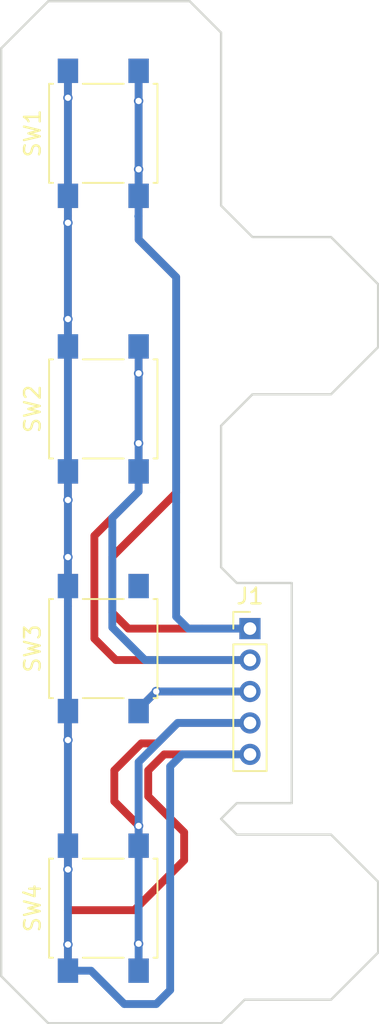
<source format=kicad_pcb>
(kicad_pcb (version 4) (host pcbnew 4.0.6)

  (general
    (links 32)
    (no_connects 18)
    (area 100.924999 48.924999 125.075001 114.075001)
    (thickness 1.6)
    (drawings 29)
    (tracks 116)
    (zones 0)
    (modules 5)
    (nets 6)
  )

  (page A4)
  (layers
    (0 F.Cu signal)
    (31 B.Cu signal)
    (32 B.Adhes user)
    (33 F.Adhes user)
    (34 B.Paste user)
    (35 F.Paste user)
    (36 B.SilkS user)
    (37 F.SilkS user)
    (38 B.Mask user)
    (39 F.Mask user)
    (40 Dwgs.User user)
    (41 Cmts.User user)
    (42 Eco1.User user)
    (43 Eco2.User user)
    (44 Edge.Cuts user)
    (45 Margin user)
    (46 B.CrtYd user)
    (47 F.CrtYd user)
    (48 B.Fab user)
    (49 F.Fab user)
  )

  (setup
    (last_trace_width 0.5)
    (user_trace_width 0.3)
    (user_trace_width 0.4)
    (user_trace_width 0.5)
    (trace_clearance 0.2)
    (zone_clearance 0.508)
    (zone_45_only no)
    (trace_min 0.2)
    (segment_width 0.2)
    (edge_width 0.15)
    (via_size 0.6)
    (via_drill 0.4)
    (via_min_size 0.4)
    (via_min_drill 0.3)
    (uvia_size 0.3)
    (uvia_drill 0.1)
    (uvias_allowed no)
    (uvia_min_size 0.2)
    (uvia_min_drill 0.1)
    (pcb_text_width 0.3)
    (pcb_text_size 1.5 1.5)
    (mod_edge_width 0.15)
    (mod_text_size 1 1)
    (mod_text_width 0.15)
    (pad_size 1.524 1.524)
    (pad_drill 0.762)
    (pad_to_mask_clearance 0.2)
    (aux_axis_origin 0 0)
    (visible_elements FFFFFF7F)
    (pcbplotparams
      (layerselection 0x01030_80000001)
      (usegerberextensions false)
      (excludeedgelayer true)
      (linewidth 0.100000)
      (plotframeref false)
      (viasonmask false)
      (mode 1)
      (useauxorigin false)
      (hpglpennumber 1)
      (hpglpenspeed 20)
      (hpglpendiameter 15)
      (hpglpenoverlay 2)
      (psnegative false)
      (psa4output false)
      (plotreference true)
      (plotvalue true)
      (plotinvisibletext false)
      (padsonsilk false)
      (subtractmaskfromsilk false)
      (outputformat 1)
      (mirror false)
      (drillshape 0)
      (scaleselection 1)
      (outputdirectory ""))
  )

  (net 0 "")
  (net 1 "Net-(J1-Pad1)")
  (net 2 "Net-(J1-Pad2)")
  (net 3 "Net-(J1-Pad3)")
  (net 4 "Net-(J1-Pad4)")
  (net 5 GND)

  (net_class Default "This is the default net class."
    (clearance 0.2)
    (trace_width 0.25)
    (via_dia 0.6)
    (via_drill 0.4)
    (uvia_dia 0.3)
    (uvia_drill 0.1)
    (add_net GND)
    (add_net "Net-(J1-Pad1)")
    (add_net "Net-(J1-Pad2)")
    (add_net "Net-(J1-Pad3)")
    (add_net "Net-(J1-Pad4)")
  )

  (module Pin_Headers:Pin_Header_Straight_1x05_Pitch2.00mm (layer F.Cu) (tedit 59650533) (tstamp 59677A96)
    (at 116.84 88.9)
    (descr "Through hole straight pin header, 1x05, 2.00mm pitch, single row")
    (tags "Through hole pin header THT 1x05 2.00mm single row")
    (path /596779EF)
    (fp_text reference J1 (at 0 -2.06) (layer F.SilkS)
      (effects (font (size 1 1) (thickness 0.15)))
    )
    (fp_text value CONN_01X05 (at 0 10.06) (layer F.Fab)
      (effects (font (size 1 1) (thickness 0.15)))
    )
    (fp_line (start -0.5 -1) (end 1 -1) (layer F.Fab) (width 0.1))
    (fp_line (start 1 -1) (end 1 9) (layer F.Fab) (width 0.1))
    (fp_line (start 1 9) (end -1 9) (layer F.Fab) (width 0.1))
    (fp_line (start -1 9) (end -1 -0.5) (layer F.Fab) (width 0.1))
    (fp_line (start -1 -0.5) (end -0.5 -1) (layer F.Fab) (width 0.1))
    (fp_line (start -1.06 9.06) (end 1.06 9.06) (layer F.SilkS) (width 0.12))
    (fp_line (start -1.06 1) (end -1.06 9.06) (layer F.SilkS) (width 0.12))
    (fp_line (start 1.06 1) (end 1.06 9.06) (layer F.SilkS) (width 0.12))
    (fp_line (start -1.06 1) (end 1.06 1) (layer F.SilkS) (width 0.12))
    (fp_line (start -1.06 0) (end -1.06 -1.06) (layer F.SilkS) (width 0.12))
    (fp_line (start -1.06 -1.06) (end 0 -1.06) (layer F.SilkS) (width 0.12))
    (fp_line (start -1.5 -1.5) (end -1.5 9.5) (layer F.CrtYd) (width 0.05))
    (fp_line (start -1.5 9.5) (end 1.5 9.5) (layer F.CrtYd) (width 0.05))
    (fp_line (start 1.5 9.5) (end 1.5 -1.5) (layer F.CrtYd) (width 0.05))
    (fp_line (start 1.5 -1.5) (end -1.5 -1.5) (layer F.CrtYd) (width 0.05))
    (fp_text user %R (at 0 4 90) (layer F.Fab)
      (effects (font (size 1 1) (thickness 0.15)))
    )
    (pad 1 thru_hole rect (at 0 0) (size 1.35 1.35) (drill 0.8) (layers *.Cu *.Mask)
      (net 1 "Net-(J1-Pad1)"))
    (pad 2 thru_hole oval (at 0 2) (size 1.35 1.35) (drill 0.8) (layers *.Cu *.Mask)
      (net 2 "Net-(J1-Pad2)"))
    (pad 3 thru_hole oval (at 0 4) (size 1.35 1.35) (drill 0.8) (layers *.Cu *.Mask)
      (net 3 "Net-(J1-Pad3)"))
    (pad 4 thru_hole oval (at 0 6) (size 1.35 1.35) (drill 0.8) (layers *.Cu *.Mask)
      (net 4 "Net-(J1-Pad4)"))
    (pad 5 thru_hole oval (at 0 8) (size 1.35 1.35) (drill 0.8) (layers *.Cu *.Mask)
      (net 5 GND))
    (model ${KISYS3DMOD}/Pin_Headers.3dshapes/Pin_Header_Straight_1x05_Pitch2.00mm.wrl
      (at (xyz 0 0 0))
      (scale (xyz 1 1 1))
      (rotate (xyz 0 0 0))
    )
  )

  (module keys:SW_SPST_B3S-1000 (layer F.Cu) (tedit 59677E67) (tstamp 596763AD)
    (at 107.5 106.68 90)
    (descr "Surface Mount Tactile Switch for High-Density Packaging")
    (tags "Tactile Switch")
    (path /596760C9)
    (attr smd)
    (fp_text reference SW4 (at 0 -4.5 90) (layer F.SilkS)
      (effects (font (size 1 1) (thickness 0.15)))
    )
    (fp_text value SW_Push (at 0 4.5 90) (layer F.Fab)
      (effects (font (size 1 1) (thickness 0.15)))
    )
    (fp_text user %R (at 0 -4.5 90) (layer F.Fab)
      (effects (font (size 1 1) (thickness 0.15)))
    )
    (fp_line (start -5 3.7) (end 5 3.7) (layer F.CrtYd) (width 0.05))
    (fp_line (start 5 3.7) (end 5 -3.7) (layer F.CrtYd) (width 0.05))
    (fp_line (start 5 -3.7) (end -5 -3.7) (layer F.CrtYd) (width 0.05))
    (fp_line (start -5 -3.7) (end -5 3.7) (layer F.CrtYd) (width 0.05))
    (fp_line (start -3.15 -3.2) (end -3.15 -3.45) (layer F.SilkS) (width 0.12))
    (fp_line (start -3.15 -3.45) (end 3.15 -3.45) (layer F.SilkS) (width 0.12))
    (fp_line (start 3.15 -3.45) (end 3.15 -3.2) (layer F.SilkS) (width 0.12))
    (fp_line (start -3.15 1.3) (end -3.15 -1.3) (layer F.SilkS) (width 0.12))
    (fp_line (start 3.15 3.2) (end 3.15 3.45) (layer F.SilkS) (width 0.12))
    (fp_line (start 3.15 3.45) (end -3.15 3.45) (layer F.SilkS) (width 0.12))
    (fp_line (start -3.15 3.45) (end -3.15 3.2) (layer F.SilkS) (width 0.12))
    (fp_line (start 3.15 -1.3) (end 3.15 1.3) (layer F.SilkS) (width 0.12))
    (fp_circle (center 0 0) (end 1.65 0) (layer F.Fab) (width 0.1))
    (fp_line (start -3 -3.3) (end 3 -3.3) (layer F.Fab) (width 0.1))
    (fp_line (start 3 -3.3) (end 3 3.3) (layer F.Fab) (width 0.1))
    (fp_line (start 3 3.3) (end -3 3.3) (layer F.Fab) (width 0.1))
    (fp_line (start -3 3.3) (end -3 -3.3) (layer F.Fab) (width 0.1))
    (pad 1 smd rect (at -3.975 -2.25 90) (size 1.55 1.3) (layers F.Cu F.Paste F.Mask)
      (net 5 GND))
    (pad 1 smd rect (at 3.975 -2.25 90) (size 1.55 1.3) (layers F.Cu F.Paste F.Mask)
      (net 5 GND))
    (pad 2 smd rect (at -3.975 2.25 90) (size 1.55 1.3) (layers F.Cu F.Paste F.Mask)
      (net 4 "Net-(J1-Pad4)"))
    (pad 2 smd rect (at 3.975 2.25 90) (size 1.55 1.3) (layers F.Cu F.Paste F.Mask)
      (net 4 "Net-(J1-Pad4)"))
    (pad 1 smd rect (at -3.975 -2.25 90) (size 1.55 1.3) (layers B.Cu B.Paste B.Mask)
      (net 5 GND))
    (pad 1 smd rect (at 3.975 -2.25 90) (size 1.55 1.3) (layers B.Cu B.Paste B.Mask)
      (net 5 GND))
    (pad 2 smd rect (at -3.975 2.25 90) (size 1.55 1.3) (layers B.Cu B.Paste B.Mask)
      (net 4 "Net-(J1-Pad4)"))
    (pad 2 smd rect (at 3.975 2.25 90) (size 1.55 1.3) (layers B.Cu B.Paste B.Mask)
      (net 4 "Net-(J1-Pad4)"))
    (model ${KISYS3DMOD}/Buttons_Switches_SMD.3dshapes/SW_SPST_B3S-1000.wrl
      (at (xyz 0 0 0))
      (scale (xyz 1 1 1))
      (rotate (xyz 0 0 0))
    )
  )

  (module keys:SW_SPST_B3S-1000 (layer F.Cu) (tedit 59677E67) (tstamp 596763A5)
    (at 107.5 90.17 90)
    (descr "Surface Mount Tactile Switch for High-Density Packaging")
    (tags "Tactile Switch")
    (path /596760A6)
    (attr smd)
    (fp_text reference SW3 (at 0 -4.5 90) (layer F.SilkS)
      (effects (font (size 1 1) (thickness 0.15)))
    )
    (fp_text value SW_Push (at 0 4.5 90) (layer F.Fab)
      (effects (font (size 1 1) (thickness 0.15)))
    )
    (fp_text user %R (at 0 -4.5 90) (layer F.Fab)
      (effects (font (size 1 1) (thickness 0.15)))
    )
    (fp_line (start -5 3.7) (end 5 3.7) (layer F.CrtYd) (width 0.05))
    (fp_line (start 5 3.7) (end 5 -3.7) (layer F.CrtYd) (width 0.05))
    (fp_line (start 5 -3.7) (end -5 -3.7) (layer F.CrtYd) (width 0.05))
    (fp_line (start -5 -3.7) (end -5 3.7) (layer F.CrtYd) (width 0.05))
    (fp_line (start -3.15 -3.2) (end -3.15 -3.45) (layer F.SilkS) (width 0.12))
    (fp_line (start -3.15 -3.45) (end 3.15 -3.45) (layer F.SilkS) (width 0.12))
    (fp_line (start 3.15 -3.45) (end 3.15 -3.2) (layer F.SilkS) (width 0.12))
    (fp_line (start -3.15 1.3) (end -3.15 -1.3) (layer F.SilkS) (width 0.12))
    (fp_line (start 3.15 3.2) (end 3.15 3.45) (layer F.SilkS) (width 0.12))
    (fp_line (start 3.15 3.45) (end -3.15 3.45) (layer F.SilkS) (width 0.12))
    (fp_line (start -3.15 3.45) (end -3.15 3.2) (layer F.SilkS) (width 0.12))
    (fp_line (start 3.15 -1.3) (end 3.15 1.3) (layer F.SilkS) (width 0.12))
    (fp_circle (center 0 0) (end 1.65 0) (layer F.Fab) (width 0.1))
    (fp_line (start -3 -3.3) (end 3 -3.3) (layer F.Fab) (width 0.1))
    (fp_line (start 3 -3.3) (end 3 3.3) (layer F.Fab) (width 0.1))
    (fp_line (start 3 3.3) (end -3 3.3) (layer F.Fab) (width 0.1))
    (fp_line (start -3 3.3) (end -3 -3.3) (layer F.Fab) (width 0.1))
    (pad 1 smd rect (at -3.975 -2.25 90) (size 1.55 1.3) (layers F.Cu F.Paste F.Mask)
      (net 5 GND))
    (pad 1 smd rect (at 3.975 -2.25 90) (size 1.55 1.3) (layers F.Cu F.Paste F.Mask)
      (net 5 GND))
    (pad 2 smd rect (at -3.975 2.25 90) (size 1.55 1.3) (layers F.Cu F.Paste F.Mask)
      (net 3 "Net-(J1-Pad3)"))
    (pad 2 smd rect (at 3.975 2.25 90) (size 1.55 1.3) (layers F.Cu F.Paste F.Mask)
      (net 3 "Net-(J1-Pad3)"))
    (pad 1 smd rect (at -3.975 -2.25 90) (size 1.55 1.3) (layers B.Cu B.Paste B.Mask)
      (net 5 GND))
    (pad 1 smd rect (at 3.975 -2.25 90) (size 1.55 1.3) (layers B.Cu B.Paste B.Mask)
      (net 5 GND))
    (pad 2 smd rect (at -3.975 2.25 90) (size 1.55 1.3) (layers B.Cu B.Paste B.Mask)
      (net 3 "Net-(J1-Pad3)"))
    (pad 2 smd rect (at 3.975 2.25 90) (size 1.55 1.3) (layers B.Cu B.Paste B.Mask)
      (net 3 "Net-(J1-Pad3)"))
    (model ${KISYS3DMOD}/Buttons_Switches_SMD.3dshapes/SW_SPST_B3S-1000.wrl
      (at (xyz 0 0 0))
      (scale (xyz 1 1 1))
      (rotate (xyz 0 0 0))
    )
  )

  (module keys:SW_SPST_B3S-1000 (layer F.Cu) (tedit 59677E67) (tstamp 5967639D)
    (at 107.5 74.93 90)
    (descr "Surface Mount Tactile Switch for High-Density Packaging")
    (tags "Tactile Switch")
    (path /59676066)
    (attr smd)
    (fp_text reference SW2 (at 0 -4.5 90) (layer F.SilkS)
      (effects (font (size 1 1) (thickness 0.15)))
    )
    (fp_text value SW_Push (at 0 4.5 90) (layer F.Fab)
      (effects (font (size 1 1) (thickness 0.15)))
    )
    (fp_text user %R (at 0 -4.5 90) (layer F.Fab)
      (effects (font (size 1 1) (thickness 0.15)))
    )
    (fp_line (start -5 3.7) (end 5 3.7) (layer F.CrtYd) (width 0.05))
    (fp_line (start 5 3.7) (end 5 -3.7) (layer F.CrtYd) (width 0.05))
    (fp_line (start 5 -3.7) (end -5 -3.7) (layer F.CrtYd) (width 0.05))
    (fp_line (start -5 -3.7) (end -5 3.7) (layer F.CrtYd) (width 0.05))
    (fp_line (start -3.15 -3.2) (end -3.15 -3.45) (layer F.SilkS) (width 0.12))
    (fp_line (start -3.15 -3.45) (end 3.15 -3.45) (layer F.SilkS) (width 0.12))
    (fp_line (start 3.15 -3.45) (end 3.15 -3.2) (layer F.SilkS) (width 0.12))
    (fp_line (start -3.15 1.3) (end -3.15 -1.3) (layer F.SilkS) (width 0.12))
    (fp_line (start 3.15 3.2) (end 3.15 3.45) (layer F.SilkS) (width 0.12))
    (fp_line (start 3.15 3.45) (end -3.15 3.45) (layer F.SilkS) (width 0.12))
    (fp_line (start -3.15 3.45) (end -3.15 3.2) (layer F.SilkS) (width 0.12))
    (fp_line (start 3.15 -1.3) (end 3.15 1.3) (layer F.SilkS) (width 0.12))
    (fp_circle (center 0 0) (end 1.65 0) (layer F.Fab) (width 0.1))
    (fp_line (start -3 -3.3) (end 3 -3.3) (layer F.Fab) (width 0.1))
    (fp_line (start 3 -3.3) (end 3 3.3) (layer F.Fab) (width 0.1))
    (fp_line (start 3 3.3) (end -3 3.3) (layer F.Fab) (width 0.1))
    (fp_line (start -3 3.3) (end -3 -3.3) (layer F.Fab) (width 0.1))
    (pad 1 smd rect (at -3.975 -2.25 90) (size 1.55 1.3) (layers F.Cu F.Paste F.Mask)
      (net 5 GND))
    (pad 1 smd rect (at 3.975 -2.25 90) (size 1.55 1.3) (layers F.Cu F.Paste F.Mask)
      (net 5 GND))
    (pad 2 smd rect (at -3.975 2.25 90) (size 1.55 1.3) (layers F.Cu F.Paste F.Mask)
      (net 2 "Net-(J1-Pad2)"))
    (pad 2 smd rect (at 3.975 2.25 90) (size 1.55 1.3) (layers F.Cu F.Paste F.Mask)
      (net 2 "Net-(J1-Pad2)"))
    (pad 1 smd rect (at -3.975 -2.25 90) (size 1.55 1.3) (layers B.Cu B.Paste B.Mask)
      (net 5 GND))
    (pad 1 smd rect (at 3.975 -2.25 90) (size 1.55 1.3) (layers B.Cu B.Paste B.Mask)
      (net 5 GND))
    (pad 2 smd rect (at -3.975 2.25 90) (size 1.55 1.3) (layers B.Cu B.Paste B.Mask)
      (net 2 "Net-(J1-Pad2)"))
    (pad 2 smd rect (at 3.975 2.25 90) (size 1.55 1.3) (layers B.Cu B.Paste B.Mask)
      (net 2 "Net-(J1-Pad2)"))
    (model ${KISYS3DMOD}/Buttons_Switches_SMD.3dshapes/SW_SPST_B3S-1000.wrl
      (at (xyz 0 0 0))
      (scale (xyz 1 1 1))
      (rotate (xyz 0 0 0))
    )
  )

  (module keys:SW_SPST_B3S-1000 (layer F.Cu) (tedit 59677E67) (tstamp 59676395)
    (at 107.5 57.404 90)
    (descr "Surface Mount Tactile Switch for High-Density Packaging")
    (tags "Tactile Switch")
    (path /59675FF7)
    (attr smd)
    (fp_text reference SW1 (at 0 -4.5 90) (layer F.SilkS)
      (effects (font (size 1 1) (thickness 0.15)))
    )
    (fp_text value SW_Push (at 0 4.5 90) (layer F.Fab)
      (effects (font (size 1 1) (thickness 0.15)))
    )
    (fp_text user %R (at 0 -4.5 90) (layer F.Fab)
      (effects (font (size 1 1) (thickness 0.15)))
    )
    (fp_line (start -5 3.7) (end 5 3.7) (layer F.CrtYd) (width 0.05))
    (fp_line (start 5 3.7) (end 5 -3.7) (layer F.CrtYd) (width 0.05))
    (fp_line (start 5 -3.7) (end -5 -3.7) (layer F.CrtYd) (width 0.05))
    (fp_line (start -5 -3.7) (end -5 3.7) (layer F.CrtYd) (width 0.05))
    (fp_line (start -3.15 -3.2) (end -3.15 -3.45) (layer F.SilkS) (width 0.12))
    (fp_line (start -3.15 -3.45) (end 3.15 -3.45) (layer F.SilkS) (width 0.12))
    (fp_line (start 3.15 -3.45) (end 3.15 -3.2) (layer F.SilkS) (width 0.12))
    (fp_line (start -3.15 1.3) (end -3.15 -1.3) (layer F.SilkS) (width 0.12))
    (fp_line (start 3.15 3.2) (end 3.15 3.45) (layer F.SilkS) (width 0.12))
    (fp_line (start 3.15 3.45) (end -3.15 3.45) (layer F.SilkS) (width 0.12))
    (fp_line (start -3.15 3.45) (end -3.15 3.2) (layer F.SilkS) (width 0.12))
    (fp_line (start 3.15 -1.3) (end 3.15 1.3) (layer F.SilkS) (width 0.12))
    (fp_circle (center 0 0) (end 1.65 0) (layer F.Fab) (width 0.1))
    (fp_line (start -3 -3.3) (end 3 -3.3) (layer F.Fab) (width 0.1))
    (fp_line (start 3 -3.3) (end 3 3.3) (layer F.Fab) (width 0.1))
    (fp_line (start 3 3.3) (end -3 3.3) (layer F.Fab) (width 0.1))
    (fp_line (start -3 3.3) (end -3 -3.3) (layer F.Fab) (width 0.1))
    (pad 1 smd rect (at -3.975 -2.25 90) (size 1.55 1.3) (layers F.Cu F.Paste F.Mask)
      (net 5 GND))
    (pad 1 smd rect (at 3.975 -2.25 90) (size 1.55 1.3) (layers F.Cu F.Paste F.Mask)
      (net 5 GND))
    (pad 2 smd rect (at -3.975 2.25 90) (size 1.55 1.3) (layers F.Cu F.Paste F.Mask)
      (net 1 "Net-(J1-Pad1)"))
    (pad 2 smd rect (at 3.975 2.25 90) (size 1.55 1.3) (layers F.Cu F.Paste F.Mask)
      (net 1 "Net-(J1-Pad1)"))
    (pad 1 smd rect (at -3.975 -2.25 90) (size 1.55 1.3) (layers B.Cu B.Paste B.Mask)
      (net 5 GND))
    (pad 1 smd rect (at 3.975 -2.25 90) (size 1.55 1.3) (layers B.Cu B.Paste B.Mask)
      (net 5 GND))
    (pad 2 smd rect (at -3.975 2.25 90) (size 1.55 1.3) (layers B.Cu B.Paste B.Mask)
      (net 1 "Net-(J1-Pad1)"))
    (pad 2 smd rect (at 3.975 2.25 90) (size 1.55 1.3) (layers B.Cu B.Paste B.Mask)
      (net 1 "Net-(J1-Pad1)"))
    (model ${KISYS3DMOD}/Buttons_Switches_SMD.3dshapes/SW_SPST_B3S-1000.wrl
      (at (xyz 0 0 0))
      (scale (xyz 1 1 1))
      (rotate (xyz 0 0 0))
    )
  )

  (gr_line (start 125 67) (end 125 71) (layer Edge.Cuts) (width 0.15))
  (gr_line (start 122 64) (end 125 67) (layer Edge.Cuts) (width 0.15))
  (gr_line (start 117 64) (end 122 64) (layer Edge.Cuts) (width 0.15))
  (gr_line (start 115 62) (end 117 64) (layer Edge.Cuts) (width 0.15))
  (gr_line (start 115 61) (end 115 62) (layer Edge.Cuts) (width 0.15))
  (gr_line (start 122 74) (end 125 71) (layer Edge.Cuts) (width 0.15))
  (gr_line (start 117 74) (end 122 74) (layer Edge.Cuts) (width 0.15))
  (gr_line (start 115 76) (end 117 74) (layer Edge.Cuts) (width 0.15))
  (gr_line (start 115 77) (end 115 76) (layer Edge.Cuts) (width 0.15))
  (gr_line (start 115 114) (end 104 114) (layer Edge.Cuts) (width 0.15))
  (gr_line (start 115 77) (end 115 85) (layer Edge.Cuts) (width 0.15))
  (gr_line (start 116 86) (end 115 85) (layer Edge.Cuts) (width 0.15))
  (gr_line (start 119.5 86) (end 116 86) (layer Edge.Cuts) (width 0.15))
  (gr_line (start 119.5 100) (end 119.5 86) (layer Edge.Cuts) (width 0.15))
  (gr_line (start 116 100) (end 119.5 100) (layer Edge.Cuts) (width 0.15))
  (gr_line (start 115 101) (end 116 100) (layer Edge.Cuts) (width 0.15))
  (gr_line (start 116 102) (end 122 102) (layer Edge.Cuts) (width 0.15))
  (gr_line (start 122 102) (end 125 105) (layer Edge.Cuts) (width 0.15))
  (gr_line (start 115 101) (end 116 102) (layer Edge.Cuts) (width 0.15))
  (gr_line (start 125 105) (end 125 109.5) (layer Edge.Cuts) (width 0.15))
  (gr_line (start 122 112.5) (end 125 109.5) (layer Edge.Cuts) (width 0.15))
  (gr_line (start 116.5 112.5) (end 122 112.5) (layer Edge.Cuts) (width 0.15))
  (gr_line (start 115 114) (end 116.5 112.5) (layer Edge.Cuts) (width 0.15))
  (gr_line (start 115 51) (end 115 61) (layer Edge.Cuts) (width 0.15))
  (gr_line (start 113 49) (end 115 51) (layer Edge.Cuts) (width 0.15))
  (gr_line (start 104 49) (end 113 49) (layer Edge.Cuts) (width 0.15))
  (gr_line (start 101 111) (end 104 114) (layer Edge.Cuts) (width 0.15))
  (gr_line (start 101 52) (end 101 111) (layer Edge.Cuts) (width 0.15))
  (gr_line (start 104 49) (end 101 52) (layer Edge.Cuts) (width 0.15))

  (segment (start 109.75 55.3466) (end 109.75 59.69) (width 0.5) (layer B.Cu) (net 1))
  (segment (start 109.75 53.429) (end 109.75 55.3466) (width 0.5) (layer B.Cu) (net 1))
  (via (at 109.75 55.3466) (size 0.6) (drill 0.4) (layers F.Cu B.Cu) (net 1))
  (segment (start 109.75 61.379) (end 109.75 59.69) (width 0.5) (layer B.Cu) (net 1))
  (via (at 109.75 59.69) (size 0.6) (drill 0.4) (layers F.Cu B.Cu) (net 1))
  (segment (start 109.75 62.654) (end 109.75 64.157) (width 0.5) (layer B.Cu) (net 1))
  (segment (start 109.75 64.157) (end 112.141 66.548) (width 0.5) (layer B.Cu) (net 1))
  (segment (start 112.141 66.548) (end 112.141 88.138) (width 0.5) (layer B.Cu) (net 1))
  (segment (start 112.141 88.138) (end 112.268 88.265) (width 0.5) (layer B.Cu) (net 1))
  (segment (start 112.268 88.265) (end 112.903 88.9) (width 0.5) (layer B.Cu) (net 1))
  (segment (start 112.903 88.9) (end 113.792 88.9) (width 0.5) (layer B.Cu) (net 1))
  (segment (start 113.792 88.9) (end 116.84 88.9) (width 0.5) (layer B.Cu) (net 1))
  (segment (start 109.75 61.379) (end 109.75 62.654) (width 0.5) (layer B.Cu) (net 1))
  (segment (start 109.75 62.654) (end 109.728 62.676) (width 0.5) (layer B.Cu) (net 1))
  (segment (start 109.75 61.379) (end 109.75 60.104) (width 0.5) (layer F.Cu) (net 1))
  (segment (start 109.75 60.104) (end 109.75 53.429) (width 0.5) (layer F.Cu) (net 1))
  (segment (start 116.84 88.9) (end 109.093 88.9) (width 0.5) (layer F.Cu) (net 1))
  (segment (start 109.093 88.9) (end 108.077 87.884) (width 0.5) (layer F.Cu) (net 1))
  (segment (start 109.75 64.157) (end 109.75 61.379) (width 0.5) (layer F.Cu) (net 1))
  (segment (start 108.077 87.884) (end 108.077 84.328) (width 0.5) (layer F.Cu) (net 1))
  (segment (start 108.077 84.328) (end 112.141 80.264) (width 0.5) (layer F.Cu) (net 1))
  (segment (start 112.141 80.264) (end 112.141 66.548) (width 0.5) (layer F.Cu) (net 1))
  (segment (start 112.141 66.548) (end 109.75 64.157) (width 0.5) (layer F.Cu) (net 1))
  (segment (start 109.75 72.6694) (end 109.75 77.1144) (width 0.5) (layer B.Cu) (net 2))
  (segment (start 109.75 70.955) (end 109.75 72.6694) (width 0.5) (layer B.Cu) (net 2))
  (via (at 109.75 72.6694) (size 0.6) (drill 0.4) (layers F.Cu B.Cu) (net 2))
  (segment (start 109.75 78.905) (end 109.75 77.1144) (width 0.5) (layer B.Cu) (net 2))
  (via (at 109.75 77.1144) (size 0.6) (drill 0.4) (layers F.Cu B.Cu) (net 2))
  (segment (start 108.077 88.8238) (end 110.1532 90.9) (width 0.5) (layer B.Cu) (net 2))
  (segment (start 110.1532 90.9) (end 112.617 90.9) (width 0.5) (layer B.Cu) (net 2))
  (segment (start 108.077 81.853) (end 108.077 88.8238) (width 0.5) (layer B.Cu) (net 2))
  (segment (start 109.75 78.905) (end 109.75 80.18) (width 0.5) (layer B.Cu) (net 2))
  (segment (start 109.75 80.18) (end 108.077 81.853) (width 0.5) (layer B.Cu) (net 2))
  (segment (start 112.617 90.9) (end 116.84 90.9) (width 0.5) (layer B.Cu) (net 2))
  (segment (start 109.75 78.905) (end 109.75 79.03) (width 0.5) (layer B.Cu) (net 2))
  (segment (start 109.75 70.955) (end 109.75 78.905) (width 0.5) (layer F.Cu) (net 2))
  (segment (start 106.934 89.535) (end 106.934 82.996) (width 0.5) (layer F.Cu) (net 2))
  (segment (start 106.934 82.996) (end 109.75 80.18) (width 0.5) (layer F.Cu) (net 2))
  (segment (start 109.75 80.18) (end 109.75 78.905) (width 0.5) (layer F.Cu) (net 2))
  (segment (start 108.299 90.9) (end 106.934 89.535) (width 0.5) (layer F.Cu) (net 2))
  (segment (start 116.84 90.9) (end 108.299 90.9) (width 0.5) (layer F.Cu) (net 2))
  (segment (start 109.75 94.145) (end 109.75 94.0215) (width 0.5) (layer B.Cu) (net 3))
  (segment (start 109.75 94.0215) (end 110.8715 92.9) (width 0.5) (layer B.Cu) (net 3))
  (via (at 110.8715 92.9) (size 0.6) (drill 0.4) (layers F.Cu B.Cu) (net 3))
  (segment (start 109.7372 94.1578) (end 109.75 94.145) (width 0.5) (layer B.Cu) (net 3))
  (segment (start 110.8715 92.9) (end 111.823 92.9) (width 0.5) (layer B.Cu) (net 3))
  (segment (start 111.823 92.9) (end 116.84 92.9) (width 0.5) (layer B.Cu) (net 3))
  (segment (start 116.84 92.9) (end 110.995 92.9) (width 0.5) (layer F.Cu) (net 3))
  (segment (start 110.965 92.87) (end 110.9 92.87) (width 0.5) (layer F.Cu) (net 3))
  (segment (start 110.995 92.9) (end 110.965 92.87) (width 0.5) (layer F.Cu) (net 3))
  (segment (start 110.9 92.87) (end 109.75 94.02) (width 0.5) (layer F.Cu) (net 3))
  (segment (start 109.75 94.02) (end 109.75 94.145) (width 0.5) (layer F.Cu) (net 3))
  (segment (start 116.84 94.9) (end 112.237 94.9) (width 0.5) (layer B.Cu) (net 4))
  (segment (start 112.237 94.9) (end 109.75 97.387) (width 0.5) (layer B.Cu) (net 4))
  (segment (start 109.75 97.387) (end 109.75 101.4476) (width 0.5) (layer B.Cu) (net 4))
  (segment (start 109.75 102.705) (end 109.75 101.4476) (width 0.5) (layer B.Cu) (net 4))
  (via (at 109.75 101.4476) (size 0.6) (drill 0.4) (layers F.Cu B.Cu) (net 4))
  (segment (start 109.75 102.705) (end 109.75 108.9406) (width 0.5) (layer B.Cu) (net 4))
  (segment (start 109.75 110.655) (end 109.75 108.9406) (width 0.5) (layer B.Cu) (net 4))
  (via (at 109.75 108.9406) (size 0.6) (drill 0.4) (layers F.Cu B.Cu) (net 4))
  (segment (start 109.75 101.43) (end 108.204 99.884) (width 0.5) (layer F.Cu) (net 4))
  (segment (start 109.75 102.705) (end 109.75 101.43) (width 0.5) (layer F.Cu) (net 4))
  (segment (start 108.204 97.917) (end 109.92101 96.19999) (width 0.5) (layer F.Cu) (net 4))
  (segment (start 108.204 99.884) (end 108.204 97.917) (width 0.5) (layer F.Cu) (net 4))
  (segment (start 109.92101 96.19999) (end 110.93701 96.19999) (width 0.5) (layer F.Cu) (net 4))
  (segment (start 110.93701 96.19999) (end 112.237 94.9) (width 0.5) (layer F.Cu) (net 4))
  (segment (start 112.237 94.9) (end 116.84 94.9) (width 0.5) (layer F.Cu) (net 4))
  (segment (start 105.25 104.2162) (end 105.25 108.9914) (width 0.5) (layer B.Cu) (net 5))
  (segment (start 105.25 102.705) (end 105.25 104.2162) (width 0.5) (layer B.Cu) (net 5))
  (via (at 105.25 104.2162) (size 0.6) (drill 0.4) (layers F.Cu B.Cu) (net 5))
  (segment (start 105.25 110.655) (end 105.25 108.9914) (width 0.5) (layer B.Cu) (net 5))
  (via (at 105.25 108.9914) (size 0.6) (drill 0.4) (layers F.Cu B.Cu) (net 5))
  (segment (start 105.25 55.1434) (end 105.25 61.379) (width 0.5) (layer B.Cu) (net 5))
  (via (at 105.25 55.1434) (size 0.6) (drill 0.4) (layers F.Cu B.Cu) (net 5))
  (segment (start 105.25 53.429) (end 105.25 55.1434) (width 0.5) (layer B.Cu) (net 5))
  (segment (start 105.25 63.0936) (end 105.25 69.215) (width 0.5) (layer B.Cu) (net 5))
  (segment (start 105.25 61.379) (end 105.25 63.0936) (width 0.5) (layer B.Cu) (net 5))
  (via (at 105.25 63.0936) (size 0.6) (drill 0.4) (layers F.Cu B.Cu) (net 5))
  (segment (start 105.25 70.955) (end 105.25 69.215) (width 0.5) (layer B.Cu) (net 5))
  (via (at 105.25 69.215) (size 0.6) (drill 0.4) (layers F.Cu B.Cu) (net 5))
  (segment (start 105.25 80.7212) (end 105.25 84.3534) (width 0.5) (layer B.Cu) (net 5))
  (segment (start 105.25 78.905) (end 105.25 80.7212) (width 0.5) (layer B.Cu) (net 5))
  (via (at 105.25 80.7212) (size 0.6) (drill 0.4) (layers F.Cu B.Cu) (net 5))
  (segment (start 105.25 86.195) (end 105.25 84.3534) (width 0.5) (layer B.Cu) (net 5))
  (via (at 105.25 84.3534) (size 0.6) (drill 0.4) (layers F.Cu B.Cu) (net 5))
  (segment (start 105.25 102.705) (end 105.25 95.9866) (width 0.5) (layer F.Cu) (net 5))
  (segment (start 105.25 94.145) (end 105.25 95.9866) (width 0.5) (layer F.Cu) (net 5))
  (via (at 105.25 95.9866) (size 0.6) (drill 0.4) (layers F.Cu B.Cu) (net 5))
  (segment (start 105.25 110.655) (end 106.718 110.655) (width 0.5) (layer B.Cu) (net 5))
  (segment (start 108.839 112.776) (end 110.871 112.776) (width 0.5) (layer B.Cu) (net 5))
  (segment (start 106.718 110.655) (end 108.839 112.776) (width 0.5) (layer B.Cu) (net 5))
  (segment (start 110.871 112.776) (end 111.76 111.887) (width 0.5) (layer B.Cu) (net 5))
  (segment (start 111.76 111.887) (end 111.76 97.663) (width 0.5) (layer B.Cu) (net 5))
  (segment (start 111.76 97.663) (end 112.523 96.9) (width 0.5) (layer B.Cu) (net 5))
  (segment (start 112.523 96.9) (end 116.84 96.9) (width 0.5) (layer B.Cu) (net 5))
  (segment (start 105.25 94.145) (end 105.25 102.705) (width 0.5) (layer B.Cu) (net 5))
  (segment (start 105.25 86.195) (end 105.25 87.47) (width 0.5) (layer B.Cu) (net 5))
  (segment (start 105.25 87.47) (end 105.25 94.145) (width 0.5) (layer B.Cu) (net 5))
  (segment (start 105.25 70.955) (end 105.25 78.905) (width 0.5) (layer B.Cu) (net 5))
  (segment (start 105.25 102.705) (end 105.25 106.807) (width 0.5) (layer F.Cu) (net 5))
  (segment (start 105.25 106.807) (end 105.25 110.655) (width 0.5) (layer F.Cu) (net 5))
  (segment (start 112.649 103.632) (end 109.474 106.807) (width 0.5) (layer F.Cu) (net 5))
  (segment (start 109.474 106.807) (end 105.25 106.807) (width 0.5) (layer F.Cu) (net 5))
  (segment (start 112.649 101.854) (end 112.649 103.632) (width 0.5) (layer F.Cu) (net 5))
  (segment (start 110.363 99.568) (end 112.649 101.854) (width 0.5) (layer F.Cu) (net 5))
  (segment (start 110.363 97.917) (end 110.363 99.568) (width 0.5) (layer F.Cu) (net 5))
  (segment (start 111.38 96.9) (end 110.363 97.917) (width 0.5) (layer F.Cu) (net 5))
  (segment (start 116.84 96.9) (end 111.38 96.9) (width 0.5) (layer F.Cu) (net 5))
  (segment (start 105.25 86.195) (end 105.25 87.47) (width 0.5) (layer F.Cu) (net 5))
  (segment (start 105.25 87.47) (end 105.25 94.145) (width 0.5) (layer F.Cu) (net 5))
  (segment (start 105.25 78.905) (end 105.25 86.195) (width 0.5) (layer F.Cu) (net 5))
  (segment (start 105.25 70.955) (end 105.25 78.905) (width 0.5) (layer F.Cu) (net 5))
  (segment (start 105.25 61.379) (end 105.25 62.654) (width 0.5) (layer F.Cu) (net 5))
  (segment (start 105.25 62.654) (end 105.25 70.955) (width 0.5) (layer F.Cu) (net 5))
  (segment (start 105.25 53.429) (end 105.25 54.704) (width 0.5) (layer F.Cu) (net 5))
  (segment (start 105.25 54.704) (end 105.25 61.379) (width 0.5) (layer F.Cu) (net 5))

)

</source>
